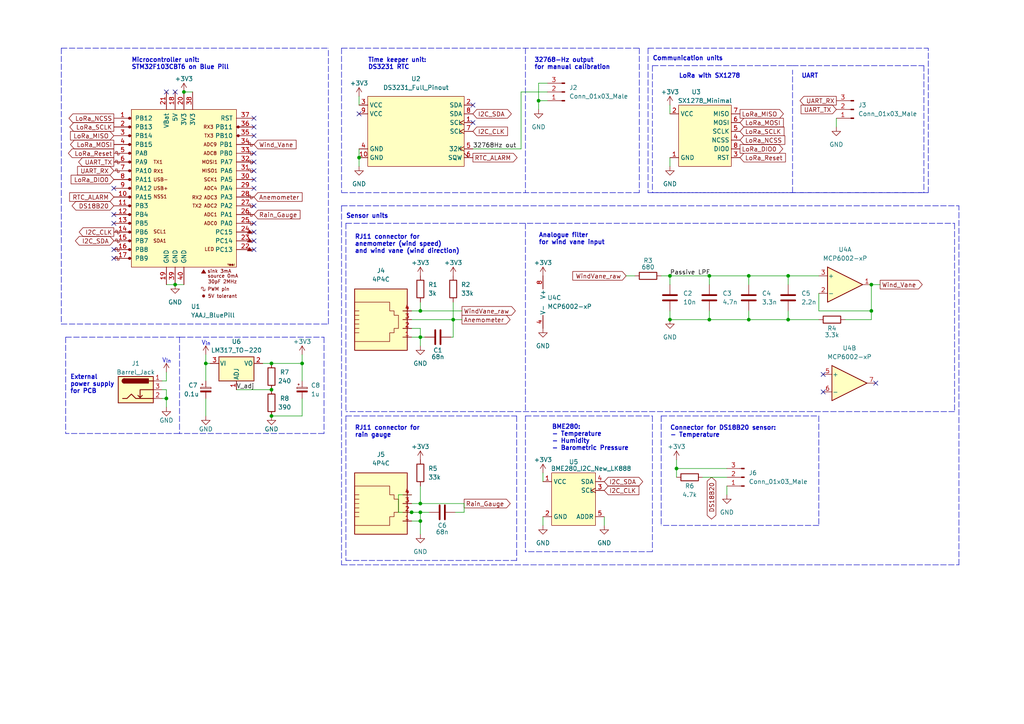
<source format=kicad_sch>
(kicad_sch (version 20211123) (generator eeschema)
  (paper "A4")
  (lib_symbols
    (symbol "Amplifier_Operational:MCP6002-xP" (pin_names (offset 0.127))
      (property "Reference" "U" (at 0 5.08 0))
      (property "Value" "MCP6002-xP" (at 0 -5.08 0))
      (symbol "MCP6002-xP_1_1"
        (polyline (pts (xy -5.08 5.08) (xy 5.08 0) (xy -5.08 -5.08) (xy -5.08 5.08)) (stroke (width 0.254)) (fill (type background)))
        (pin output line (at 7.62 0 180) (length 2.54) (name "~") (number "1"))
        (pin input line (at -7.62 -2.54 0) (length 2.54) (name "-") (number "2"))
        (pin input line (at -7.62 2.54 0) (length 2.54) (name "+") (number "3"))
      )
      (symbol "MCP6002-xP_2_1"
        (polyline (pts (xy -5.08 5.08) (xy 5.08 0) (xy -5.08 -5.08) (xy -5.08 5.08)) (stroke (width 0.254)) (fill (type background)))
        (pin input line (at -7.62 2.54 0) (length 2.54) (name "+") (number "5"))
        (pin input line (at -7.62 -2.54 0) (length 2.54) (name "-") (number "6"))
        (pin output line (at 7.62 0 180) (length 2.54) (name "~") (number "7"))
      )
      (symbol "MCP6002-xP_3_1"
        (pin power_in line (at -2.54 -7.62 90) (length 3.81) (name "V-") (number "4"))
        (pin power_in line (at -2.54 7.62 270) (length 3.81) (name "V+") (number "8"))
      )
    )
    (symbol "BME280_Module:BME280_I2C_New_LK888"
      (property "Reference" "U" (at 0 1.27 0))
      (property "Value" "BME280_I2C_New_LK888" (at 0 -1.27 0))
      (symbol "BME280_I2C_New_LK888_0_1"
        (rectangle (start -6.35 7.62) (end 6.35 -7.62) (fill (type background)))
      )
      (symbol "BME280_I2C_New_LK888_1_1"
        (pin power_in line (at -8.89 5.08 0) (length 2.54) (name "VCC") (number "1"))
        (pin power_in line (at -8.89 -5.08 0) (length 2.54) (name "GND") (number "2"))
        (pin input clock (at 8.89 2.54 180) (length 2.54) (name "SCL") (number "3"))
        (pin bidirectional line (at 8.89 5.08 180) (length 2.54) (name "SDA") (number "4"))
        (pin passive line (at 8.89 -5.08 180) (length 2.54) (name "ADDR") (number "5"))
      )
    )
    (symbol "Connector:Barrel_Jack_Switch" (pin_names hide)
      (property "Reference" "J" (at 0 5.334 0))
      (property "Value" "Barrel_Jack_Switch" (at 0 -5.08 0))
      (symbol "Barrel_Jack_Switch_0_1"
        (rectangle (start -5.08 3.81) (end 5.08 -3.81) (stroke (width 0.254)) (fill (type background)))
        (arc (start -3.302 3.175) (mid -3.937 2.54) (end -3.302 1.905) (stroke (width 0.254)))
        (arc (start -3.302 3.175) (mid -3.937 2.54) (end -3.302 1.905) (stroke (width 0.254)) (fill (type outline)))
        (polyline (pts (xy 1.27 -2.286) (xy 1.905 -1.651)) (stroke (width 0.254)))
        (polyline (pts (xy 5.08 2.54) (xy 3.81 2.54)) (stroke (width 0.254)))
        (polyline (pts (xy 5.08 0) (xy 1.27 0) (xy 1.27 -2.286) (xy 0.635 -1.651)) (stroke (width 0.254)))
        (polyline (pts (xy -3.81 -2.54) (xy -2.54 -2.54) (xy -1.27 -1.27) (xy 0 -2.54) (xy 2.54 -2.54) (xy 5.08 -2.54)) (stroke (width 0.254)))
        (rectangle (start 3.683 3.175) (end -3.302 1.905) (stroke (width 0.254)) (fill (type outline)))
      )
      (symbol "Barrel_Jack_Switch_1_1"
        (pin passive line (at 7.62 2.54 180) (length 2.54) (name "~") (number "1"))
        (pin passive line (at 7.62 -2.54 180) (length 2.54) (name "~") (number "2"))
        (pin passive line (at 7.62 0 180) (length 2.54) (name "~") (number "3"))
      )
    )
    (symbol "Connector:Conn_01x03_Male" (pin_names (offset 1.016) hide)
      (property "Reference" "J" (at 0 5.08 0))
      (property "Value" "Conn_01x03_Male" (at 0 -5.08 0))
      (symbol "Conn_01x03_Male_1_1"
        (polyline (pts (xy 1.27 -2.54) (xy 0.8636 -2.54)) (stroke (width 0.1524)))
        (polyline (pts (xy 1.27 0) (xy 0.8636 0)) (stroke (width 0.1524)))
        (polyline (pts (xy 1.27 2.54) (xy 0.8636 2.54)) (stroke (width 0.1524)))
        (rectangle (start 0.8636 -2.413) (end 0 -2.667) (stroke (width 0.1524)) (fill (type outline)))
        (rectangle (start 0.8636 0.127) (end 0 -0.127) (stroke (width 0.1524)) (fill (type outline)))
        (rectangle (start 0.8636 2.667) (end 0 2.413) (stroke (width 0.1524)) (fill (type outline)))
        (pin passive line (at 5.08 2.54 180) (length 3.81) (name "Pin_1") (number "1"))
        (pin passive line (at 5.08 0 180) (length 3.81) (name "Pin_2") (number "2"))
        (pin passive line (at 5.08 -2.54 180) (length 3.81) (name "Pin_3") (number "3"))
      )
    )
    (symbol "DS3231_Module:DS3231_Full_Pinout"
      (property "Reference" "U" (at 0 1.27 0))
      (property "Value" "DS3231_Full_Pinout" (at 1.27 -2.54 0))
      (symbol "DS3231_Full_Pinout_0_1"
        (rectangle (start -13.97 10.16) (end 13.97 -10.16) (fill (type background)))
      )
      (symbol "DS3231_Full_Pinout_1_1"
        (pin input clock (at 16.51 2.54 180) (length 2.54) (name "SCL") (number "1"))
        (pin power_in line (at -16.51 -7.62 0) (length 2.54) (name "GND") (number "10"))
        (pin bidirectional line (at 16.51 7.62 180) (length 2.54) (name "SDA") (number "2"))
        (pin power_in line (at -16.51 7.62 0) (length 2.54) (name "VCC") (number "3"))
        (pin power_in line (at -16.51 -5.08 0) (length 2.54) (name "GND") (number "4"))
        (pin output clock (at 16.51 -5.08 180) (length 2.54) (name "32K") (number "5"))
        (pin output output_low (at 16.51 -7.62 180) (length 2.54) (name "SQW") (number "6"))
        (pin input clock (at 16.51 0 180) (length 2.54) (name "SCL") (number "7"))
        (pin bidirectional line (at 16.51 5.08 180) (length 2.54) (name "SDA") (number "8"))
        (pin power_in line (at -16.51 5.08 0) (length 2.54) (name "VCC") (number "9"))
      )
    )
    (symbol "Device:C" (pin_numbers hide) (pin_names (offset 0.254))
      (property "Reference" "C" (at 0.635 2.54 0))
      (property "Value" "C" (at 0.635 -2.54 0))
      (symbol "C_0_1"
        (polyline (pts (xy -2.032 -0.762) (xy 2.032 -0.762)) (stroke (width 0.508)))
        (polyline (pts (xy -2.032 0.762) (xy 2.032 0.762)) (stroke (width 0.508)))
      )
      (symbol "C_1_1"
        (pin passive line (at 0 3.81 270) (length 2.794) (name "~") (number "1"))
        (pin passive line (at 0 -3.81 90) (length 2.794) (name "~") (number "2"))
      )
    )
    (symbol "Device:C_Polarized_Small" (pin_numbers hide) (pin_names (offset 0.254) hide)
      (property "Reference" "C" (at 0.254 1.778 0))
      (property "Value" "C_Polarized_Small" (at 0.254 -2.032 0))
      (symbol "C_Polarized_Small_0_1"
        (rectangle (start -1.524 -0.3048) (end 1.524 -0.6858) (fill (type outline)))
        (rectangle (start -1.524 0.6858) (end 1.524 0.3048))
        (polyline (pts (xy -1.27 1.524) (xy -0.762 1.524)))
        (polyline (pts (xy -1.016 1.27) (xy -1.016 1.778)))
      )
      (symbol "C_Polarized_Small_1_1"
        (pin passive line (at 0 2.54 270) (length 1.8542) (name "~") (number "1"))
        (pin passive line (at 0 -2.54 90) (length 1.8542) (name "~") (number "2"))
      )
    )
    (symbol "Device:R" (pin_numbers hide) (pin_names (offset 0))
      (property "Reference" "R" (at 2.032 0 90))
      (property "Value" "R" (at 0 0 90))
      (symbol "R_0_1"
        (rectangle (start -1.016 -2.54) (end 1.016 2.54) (stroke (width 0.254)))
      )
      (symbol "R_1_1"
        (pin passive line (at 0 3.81 270) (length 1.27) (name "~") (number "1"))
        (pin passive line (at 0 -3.81 90) (length 1.27) (name "~") (number "2"))
      )
    )
    (symbol "KiCAD_STM32_BluePill:YAAJ_BluePill" (pin_names (offset 1.016))
      (property "Reference" "U" (at -13.97 24.13 0))
      (property "Value" "YAAJ_BluePill" (at 0 6.35 90))
      (symbol "YAAJ_BluePill_0_0"
        (circle (center -15.748 -20.32) (radius 0.3556) (fill (type outline)))
        (circle (center -15.748 -17.78) (radius 0.3556) (fill (type outline)))
        (circle (center -15.748 -15.24) (radius 0.3556) (fill (type outline)))
        (circle (center -15.748 -12.7) (radius 0.3556) (fill (type outline)))
        (circle (center -15.748 -10.16) (radius 0.3556) (fill (type outline)))
        (circle (center -15.748 -7.62) (radius 0.3556) (fill (type outline)))
        (circle (center -15.748 -5.08) (radius 0.3556) (fill (type outline)))
        (circle (center -15.748 -2.54) (radius 0.3556) (fill (type outline)))
        (circle (center -15.748 0) (radius 0.3556) (fill (type outline)))
        (circle (center -15.748 2.54) (radius 0.3556) (fill (type outline)))
        (circle (center -15.748 5.08) (radius 0.3556) (fill (type outline)))
        (circle (center -15.748 7.62) (radius 0.3556) (fill (type outline)))
        (circle (center -15.748 10.16) (radius 0.3556) (fill (type outline)))
        (circle (center -15.748 12.7) (radius 0.3556) (fill (type outline)))
        (circle (center -15.748 15.24) (radius 0.3556) (fill (type outline)))
        (circle (center -15.748 20.32) (radius 0.3556) (fill (type outline)))
        (polyline (pts (xy 5.08 -24.638) (xy 5.715 -23.622) (xy 6.35 -24.638) (xy 5.08 -24.638) (xy 5.715 -23.749) (xy 6.223 -24.638) (xy 5.207 -24.511) (xy 5.715 -23.876) (xy 6.096 -24.638) (xy 5.334 -24.384) (xy 5.842 -24.003) (xy 5.969 -24.638) (xy 5.461 -24.257) (xy 5.969 -24.13) (xy 5.842 -24.511) (xy 5.588 -24.257) (xy 5.842 -24.384) (xy 5.715 -24.13)))
        (polyline (pts (xy 18.415 -18.161) (xy 19.05 -17.145) (xy 19.685 -18.161) (xy 18.415 -18.161) (xy 19.05 -17.272) (xy 19.558 -18.161) (xy 18.542 -18.034) (xy 19.05 -17.399) (xy 19.431 -18.161) (xy 18.669 -17.907) (xy 19.177 -17.526) (xy 19.304 -18.161) (xy 18.796 -17.78) (xy 19.304 -17.653) (xy 19.177 -18.034) (xy 18.923 -17.78) (xy 19.177 -17.907) (xy 19.05 -17.653)))
        (polyline (pts (xy 18.415 -15.621) (xy 19.05 -14.605) (xy 19.685 -15.621) (xy 18.415 -15.621) (xy 19.05 -14.732) (xy 19.558 -15.621) (xy 18.542 -15.494) (xy 19.05 -14.859) (xy 19.431 -15.621) (xy 18.669 -15.367) (xy 19.177 -14.986) (xy 19.304 -15.621) (xy 18.796 -15.24) (xy 19.304 -15.113) (xy 19.177 -15.494) (xy 18.923 -15.24) (xy 19.177 -15.367) (xy 19.05 -15.113)))
        (polyline (pts (xy 18.415 -13.081) (xy 19.05 -12.065) (xy 19.685 -13.081) (xy 18.415 -13.081) (xy 19.05 -12.192) (xy 19.558 -13.081) (xy 18.542 -12.954) (xy 19.05 -12.319) (xy 19.431 -13.081) (xy 18.669 -12.827) (xy 19.177 -12.446) (xy 19.304 -13.081) (xy 18.796 -12.7) (xy 19.304 -12.573) (xy 19.177 -12.954) (xy 18.923 -12.7) (xy 19.177 -12.827) (xy 19.05 -12.573)))
        (circle (center 5.715 -31.242) (radius 0.127) (fill (type outline)))
        (circle (center 5.715 -31.242) (radius 0.254))
        (circle (center 5.715 -31.242) (radius 0.3556))
        (circle (center 15.748 15.24) (radius 0.254) (fill (type outline)))
        (circle (center 15.748 15.24) (radius 0.3556))
        (circle (center 15.748 17.78) (radius 0.254) (fill (type outline)))
        (circle (center 15.748 17.78) (radius 0.3556))
        (text "30pF 2MHz" (at 11.176 -27.051 0) (effects (font (size 0.9906 0.9906))))
        (text "5V tolerant" (at 11.176 -31.242 0) (effects (font (size 0.9906 0.9906))))
        (text "ADC0" (at 7.747 -10.16 0) (effects (font (size 0.9906 0.9906))))
        (text "ADC1" (at 7.747 -7.62 0) (effects (font (size 0.9906 0.9906))))
        (text "ADC2" (at 7.747 -5.08 0) (effects (font (size 0.9906 0.9906))))
        (text "ADC3" (at 7.747 -2.667 0) (effects (font (size 0.9906 0.9906))))
        (text "ADC4" (at 7.747 0 0) (effects (font (size 0.9906 0.9906))))
        (text "ADC8" (at 7.62 10.16 0) (effects (font (size 0.9906 0.9906))))
        (text "ADC9" (at 7.62 12.7 0) (effects (font (size 0.9906 0.9906))))
        (text "LED" (at 7.366 -17.653 0) (effects (font (size 0.9906 0.9906))))
        (text "MISO1" (at 7.493 5.08 0) (effects (font (size 0.9906 0.9906))))
        (text "MOSI1" (at 7.493 7.62 0) (effects (font (size 0.9906 0.9906))))
        (text "NSS1" (at -6.858 -2.413 0) (effects (font (size 0.9906 0.9906))))
        (text "PWM pin" (at 10.033 -29.21 0) (effects (font (size 0.9906 0.9906))))
        (text "RX1" (at -7.366 4.953 0) (effects (font (size 0.9906 0.9906))))
        (text "RX2" (at 3.81 -2.667 0) (effects (font (size 0.9906 0.9906))))
        (text "RX3" (at 7.112 17.78 0) (effects (font (size 0.9906 0.9906))))
        (text "SCK1" (at 7.747 2.54 0) (effects (font (size 0.9906 0.9906))))
        (text "SCL1" (at -6.985 -12.573 0) (effects (font (size 0.9906 0.9906))))
        (text "SDA1" (at -6.985 -15.24 0) (effects (font (size 0.9906 0.9906))))
        (text "sink 3mA" (at 10.287 -24.003 0) (effects (font (size 0.9906 0.9906))))
        (text "source 0mA" (at 11.303 -25.4 0) (effects (font (size 0.9906 0.9906))))
        (text "TX1" (at -7.493 7.62 0) (effects (font (size 0.9906 0.9906))))
        (text "TX2" (at 3.81 -5.08 0) (effects (font (size 0.9906 0.9906))))
        (text "TX3" (at 7.239 15.24 0) (effects (font (size 0.9906 0.9906))))
        (text "USB+" (at -6.731 0 0) (effects (font (size 0.9906 0.9906))))
        (text "USB-" (at -6.731 2.54 0) (effects (font (size 0.9906 0.9906))))
        (text "Y@@J" (at 13.6906 -22.1488 0) (effects (font (size 0.508 0.508))))
      )
      (symbol "YAAJ_BluePill_0_1"
        (rectangle (start -15.24 22.86) (end 15.24 -22.86) (fill (type background)))
        (polyline (pts (xy -18.796 -20.32) (xy -18.796 -20.828) (xy -19.304 -20.828) (xy -19.304 -19.812) (xy -19.812 -19.812) (xy -19.812 -20.32)))
        (polyline (pts (xy -18.796 -17.78) (xy -18.796 -18.288) (xy -19.304 -18.288) (xy -19.304 -17.272) (xy -19.812 -17.272) (xy -19.812 -17.78)))
        (polyline (pts (xy -18.796 -15.24) (xy -18.796 -15.748) (xy -19.304 -15.748) (xy -19.304 -14.732) (xy -19.812 -14.732) (xy -19.812 -15.24)))
        (polyline (pts (xy -18.796 -12.7) (xy -18.796 -13.208) (xy -19.304 -13.208) (xy -19.304 -12.192) (xy -19.812 -12.192) (xy -19.812 -12.7)))
        (polyline (pts (xy -18.796 5.08) (xy -18.796 4.572) (xy -19.304 4.572) (xy -19.304 5.588) (xy -19.812 5.588) (xy -19.812 5.08)))
        (polyline (pts (xy -18.796 7.62) (xy -18.796 7.112) (xy -19.304 7.112) (xy -19.304 8.128) (xy -19.812 8.128) (xy -19.812 7.62)))
        (polyline (pts (xy -18.796 10.16) (xy -18.796 9.652) (xy -19.304 9.652) (xy -19.304 10.668) (xy -19.812 10.668) (xy -19.812 10.16)))
        (polyline (pts (xy 6.096 -29.21) (xy 6.096 -29.718) (xy 5.588 -29.718) (xy 5.588 -28.702) (xy 5.08 -28.702) (xy 5.08 -29.21)))
        (polyline (pts (xy 19.812 -10.16) (xy 19.812 -10.668) (xy 19.304 -10.668) (xy 19.304 -9.652) (xy 18.796 -9.652) (xy 18.796 -10.16)))
        (polyline (pts (xy 19.812 -7.62) (xy 19.812 -8.128) (xy 19.304 -8.128) (xy 19.304 -7.112) (xy 18.796 -7.112) (xy 18.796 -7.62)))
        (polyline (pts (xy 19.812 -5.08) (xy 19.812 -5.588) (xy 19.304 -5.588) (xy 19.304 -4.572) (xy 18.796 -4.572) (xy 18.796 -5.08)))
        (polyline (pts (xy 19.812 -2.54) (xy 19.812 -3.048) (xy 19.304 -3.048) (xy 19.304 -2.032) (xy 18.796 -2.032) (xy 18.796 -2.54)))
        (polyline (pts (xy 19.812 5.08) (xy 19.812 4.572) (xy 19.304 4.572) (xy 19.304 5.588) (xy 18.796 5.588) (xy 18.796 5.08)))
        (polyline (pts (xy 19.812 7.62) (xy 19.812 7.112) (xy 19.304 7.112) (xy 19.304 8.128) (xy 18.796 8.128) (xy 18.796 7.62)))
        (polyline (pts (xy 19.812 10.16) (xy 19.812 9.652) (xy 19.304 9.652) (xy 19.304 10.668) (xy 18.796 10.668) (xy 18.796 10.16)))
        (polyline (pts (xy 19.812 12.7) (xy 19.812 12.192) (xy 19.304 12.192) (xy 19.304 13.208) (xy 18.796 13.208) (xy 18.796 12.7)))
      )
      (symbol "YAAJ_BluePill_1_1"
        (circle (center -15.748 17.78) (radius 0.3556) (fill (type outline)))
        (pin bidirectional line (at -20.32 20.32 0) (length 5.08) (name "PB12") (number "1"))
        (pin bidirectional line (at -20.32 -2.54 0) (length 5.08) (name "PA15") (number "10"))
        (pin bidirectional line (at -20.32 -5.08 0) (length 5.08) (name "PB3") (number "11"))
        (pin bidirectional line (at -20.32 -7.62 0) (length 5.08) (name "PB4") (number "12"))
        (pin bidirectional line (at -20.32 -10.16 0) (length 5.08) (name "PB5") (number "13"))
        (pin bidirectional line (at -20.32 -12.7 0) (length 5.08) (name "PB6") (number "14"))
        (pin bidirectional line (at -20.32 -15.24 0) (length 5.08) (name "PB7") (number "15"))
        (pin bidirectional line (at -20.32 -17.78 0) (length 5.08) (name "PB8") (number "16"))
        (pin bidirectional line (at -20.32 -20.32 0) (length 5.08) (name "PB9") (number "17"))
        (pin power_in line (at -2.54 27.94 270) (length 5.08) (name "5V") (number "18"))
        (pin power_in line (at -5.08 -27.94 90) (length 5.08) (name "GND") (number "19"))
        (pin bidirectional line (at -20.32 17.78 0) (length 5.08) (name "PB13") (number "2"))
        (pin power_in line (at 0 27.94 270) (length 5.08) (name "3V3") (number "20"))
        (pin power_in line (at -5.08 27.94 270) (length 5.08) (name "VBat") (number "21"))
        (pin bidirectional line (at 20.32 -17.78 180) (length 5.08) (name "PC13") (number "22"))
        (pin bidirectional line (at 20.32 -15.24 180) (length 5.08) (name "PC14") (number "23"))
        (pin bidirectional line (at 20.32 -12.7 180) (length 5.08) (name "PC15") (number "24"))
        (pin bidirectional line (at 20.32 -10.16 180) (length 5.08) (name "PA0") (number "25"))
        (pin bidirectional line (at 20.32 -7.62 180) (length 5.08) (name "PA1") (number "26"))
        (pin bidirectional line (at 20.32 -5.08 180) (length 5.08) (name "PA2") (number "27"))
        (pin bidirectional line (at 20.32 -2.54 180) (length 5.08) (name "PA3") (number "28"))
        (pin bidirectional line (at 20.32 0 180) (length 5.08) (name "PA4") (number "29"))
        (pin bidirectional line (at -20.32 15.24 0) (length 5.08) (name "PB14") (number "3"))
        (pin bidirectional line (at 20.32 2.54 180) (length 5.08) (name "PA5") (number "30"))
        (pin bidirectional line (at 20.32 5.08 180) (length 5.08) (name "PA6") (number "31"))
        (pin bidirectional line (at 20.32 7.62 180) (length 5.08) (name "PA7") (number "32"))
        (pin bidirectional line (at 20.32 10.16 180) (length 5.08) (name "PB0") (number "33"))
        (pin bidirectional line (at 20.32 12.7 180) (length 5.08) (name "PB1") (number "34"))
        (pin bidirectional line (at 20.32 15.24 180) (length 5.08) (name "PB10") (number "35"))
        (pin bidirectional line (at 20.32 17.78 180) (length 5.08) (name "PB11") (number "36"))
        (pin input line (at 20.32 20.32 180) (length 5.08) (name "RST") (number "37"))
        (pin power_in line (at 2.54 27.94 270) (length 5.08) (name "3V3") (number "38"))
        (pin power_in line (at -2.54 -27.94 90) (length 5.08) (name "GND") (number "39"))
        (pin bidirectional line (at -20.32 12.7 0) (length 5.08) (name "PB15") (number "4"))
        (pin power_in line (at 0 -27.94 90) (length 5.08) (name "GND") (number "40"))
        (pin bidirectional line (at -20.32 10.16 0) (length 5.08) (name "PA8") (number "5"))
        (pin bidirectional line (at -20.32 7.62 0) (length 5.08) (name "PA9") (number "6"))
        (pin bidirectional line (at -20.32 5.08 0) (length 5.08) (name "PA10") (number "7"))
        (pin bidirectional line (at -20.32 2.54 0) (length 5.08) (name "PA11") (number "8"))
        (pin bidirectional line (at -20.32 0 0) (length 5.08) (name "PA12") (number "9"))
      )
    )
    (symbol "RJ11-Connectors:4P4C"
      (property "Reference" "J" (at 0 0 0))
      (property "Value" "4P4C" (at 6.35 10.16 0))
      (symbol "4P4C_0_1"
        (polyline (pts (xy -6.35 -3.81) (xy -5.08 -3.81) (xy -5.08 -3.81)))
        (polyline (pts (xy -6.35 -2.54) (xy -5.08 -2.54) (xy -5.08 -2.54)))
        (polyline (pts (xy -6.35 -1.27) (xy -5.08 -1.27) (xy -5.08 -1.27)))
        (polyline (pts (xy -6.35 0) (xy -5.08 0) (xy -5.08 0)))
        (polyline (pts (xy -6.35 1.27) (xy -5.08 1.27) (xy -5.08 1.27)))
        (polyline (pts (xy -5.08 2.54) (xy -6.35 2.54) (xy -6.35 2.54)))
        (polyline (pts (xy -6.35 -6.35) (xy -6.35 5.08) (xy 3.81 5.08) (xy 3.81 2.54) (xy 5.08 2.54) (xy 5.08 1.27) (xy 6.35 1.27) (xy 6.35 -2.54) (xy 5.08 -2.54) (xy 5.08 -3.81) (xy 3.81 -3.81) (xy 3.81 -6.35) (xy -6.35 -6.35) (xy -6.35 -6.35)))
        (rectangle (start 8.89 8.89) (end -6.35 -8.89) (stroke (width 0.254)) (fill (type background)))
      )
      (symbol "4P4C_1_1"
        (pin passive line (at 10.16 -5.08 180) (length 2.54) (name "~") (number "1"))
        (pin passive line (at 10.16 -2.54 180) (length 2.54) (name "~") (number "2"))
        (pin passive line (at 10.16 0 180) (length 2.54) (name "") (number "3"))
        (pin passive line (at 10.16 2.54 180) (length 2.54) (name "") (number "4"))
      )
    )
    (symbol "Regulator_Linear:LM317_TO-220" (pin_names (offset 0.254))
      (property "Reference" "U" (at -3.81 3.175 0))
      (property "Value" "LM317_TO-220" (at 0 3.175 0))
      (symbol "LM317_TO-220_0_1"
        (rectangle (start -5.08 1.905) (end 5.08 -5.08) (stroke (width 0.254)) (fill (type background)))
      )
      (symbol "LM317_TO-220_1_1"
        (pin input line (at 0 -7.62 90) (length 2.54) (name "ADJ") (number "1"))
        (pin power_out line (at 7.62 0 180) (length 2.54) (name "VO") (number "2"))
        (pin power_in line (at -7.62 0 0) (length 2.54) (name "VI") (number "3"))
      )
    )
    (symbol "SX1278_Module:SX1278_Minimal"
      (property "Reference" "U" (at 0 11.43 0))
      (property "Value" "SX1278_Minimal" (at 0 -11.43 0))
      (symbol "SX1278_Minimal_0_1"
        (rectangle (start -7.62 8.89) (end 7.62 -8.89) (fill (type background)))
      )
      (symbol "SX1278_Minimal_1_1"
        (pin power_in line (at -10.16 -6.35 0) (length 2.54) (name "GND") (number "1"))
        (pin power_in line (at -10.16 6.35 0) (length 2.54) (name "VCC") (number "2"))
        (pin input line (at 10.16 -6.35 180) (length 2.54) (name "RST") (number "3"))
        (pin input line (at 10.16 -1.27 180) (length 2.54) (name "NCSS") (number "4"))
        (pin input line (at 10.16 1.27 180) (length 2.54) (name "SCLK") (number "5"))
        (pin input line (at 10.16 3.81 180) (length 2.54) (name "MOSI") (number "6"))
        (pin output line (at 10.16 6.35 180) (length 2.54) (name "MISO") (number "7"))
        (pin output line (at 10.16 -3.81 180) (length 2.54) (name "DIO0") (number "8"))
      )
    )
    (symbol "power:+3V3" (power) (pin_names (offset 0))
      (property "Value" "+3V3" (at 0 3.556 0))
      (symbol "+3V3_0_1"
        (polyline (pts (xy -0.762 1.27) (xy 0 2.54)))
        (polyline (pts (xy 0 0) (xy 0 2.54)))
        (polyline (pts (xy 0 2.54) (xy 0.762 1.27)))
      )
      (symbol "+3V3_1_1"
        (pin power_in line (at 0 0 90) (length 0) hide (name "+3V3") (number "1"))
      )
    )
    (symbol "power:GND" (power) (pin_names (offset 0))
      (property "Value" "GND" (at 0 -3.81 0))
      (symbol "GND_0_1"
        (polyline (pts (xy 0 0) (xy 0 -1.27) (xy 1.27 -1.27) (xy 0 -2.54) (xy -1.27 -1.27) (xy 0 -1.27)))
      )
      (symbol "GND_1_1"
        (pin power_in line (at 0 0 270) (length 0) hide (name "GND") (number "1"))
      )
    )
    (symbol "power:VCC" (power) (pin_names (offset 0))
      (property "Value" "VCC" (at 0 3.81 0))
      (symbol "VCC_0_1"
        (polyline (pts (xy -0.762 1.27) (xy 0 2.54)))
        (polyline (pts (xy 0 0) (xy 0 2.54)))
        (polyline (pts (xy 0 2.54) (xy 0.762 1.27)))
      )
      (symbol "VCC_1_1"
        (pin power_in line (at 0 0 90) (length 0) hide (name "VCC") (number "1"))
      )
    )
  )
  (junction (at 78.74 120.65))
  (junction (at 104.14 45.72))
  (junction (at 217.17 92.71))
  (junction (at 48.26 115.57))
  (junction (at 205.74 92.71))
  (junction (at 217.17 80.01))
  (junction (at 194.31 92.71))
  (junction (at 121.92 97.79))
  (junction (at 205.74 80.01))
  (junction (at 59.69 105.41))
  (junction (at 156.21 29.21))
  (junction (at 50.8 82.55))
  (junction (at 87.63 105.41))
  (junction (at 228.6 80.01))
  (junction (at 228.6 92.71))
  (junction (at 78.74 105.41))
  (junction (at 121.92 146.05))
  (junction (at 252.73 90.17))
  (junction (at 196.215 135.89))
  (junction (at 121.92 90.17))
  (junction (at 131.445 92.71))
  (junction (at 53.34 26.67))
  (junction (at 119.38 148.59))
  (junction (at 121.92 148.59))
  (junction (at 78.74 113.03))
  (junction (at 121.92 151.13))
  (junction (at 194.31 80.01))
  (junction (at 252.73 82.55))
  (no_connect (at 73.66 67.31))
  (no_connect (at 33.02 54.61))
  (no_connect (at 73.66 46.99))
  (no_connect (at 73.66 49.53))
  (no_connect (at 73.66 52.07))
  (no_connect (at 73.66 54.61))
  (no_connect (at 73.66 69.85))
  (no_connect (at 104.14 33.02))
  (no_connect (at 73.66 59.69))
  (no_connect (at 238.76 113.665))
  (no_connect (at 238.76 108.585))
  (no_connect (at 73.66 36.83))
  (no_connect (at 50.8 26.67))
  (no_connect (at 73.66 44.45))
  (no_connect (at 33.02 74.93))
  (no_connect (at 33.02 62.23))
  (no_connect (at 33.02 72.39))
  (no_connect (at 137.16 30.48))
  (no_connect (at 137.16 35.56))
  (no_connect (at 73.66 34.29))
  (no_connect (at 254 111.125))
  (no_connect (at 73.66 39.37))
  (no_connect (at 73.66 72.39))
  (no_connect (at 73.66 64.77))
  (no_connect (at 33.02 64.77))
  (no_connect (at 48.26 26.67))
  (wire (pts (xy 121.92 151.13) (xy 121.92 154.94)))
  (wire (pts (xy 196.215 135.89) (xy 196.215 133.35)))
  (polyline (pts (xy 267.97 55.88) (xy 229.87 55.88)))
  (wire (pts (xy 242.57 34.29) (xy 242.57 36.83)))
  (polyline (pts (xy 189.23 19.05) (xy 189.23 55.88)))
  (wire (pts (xy 191.77 80.01) (xy 194.31 80.01)))
  (wire (pts (xy 104.14 43.18) (xy 104.14 45.72)))
  (wire (pts (xy 121.92 90.17) (xy 121.92 87.63)))
  (wire (pts (xy 78.74 113.03) (xy 68.58 113.03)))
  (polyline (pts (xy 189.23 120.65) (xy 189.23 160.02)))
  (wire (pts (xy 115.57 148.59) (xy 119.38 148.59)))
  (polyline (pts (xy 19.05 97.79) (xy 52.07 97.79)))
  (polyline (pts (xy 19.05 97.79) (xy 19.05 125.73)))
  (wire (pts (xy 157.48 149.86) (xy 157.48 152.4)))
  (polyline (pts (xy 229.87 55.88) (xy 229.87 20.32)))
  (wire (pts (xy 217.17 80.01) (xy 205.74 80.01)))
  (wire (pts (xy 104.14 45.72) (xy 104.14 48.26)))
  (wire (pts (xy 252.73 90.17) (xy 252.73 82.55)))
  (wire (pts (xy 131.445 97.79) (xy 131.445 92.71)))
  (polyline (pts (xy 237.49 152.4) (xy 191.77 152.4)))
  (wire (pts (xy 205.74 82.55) (xy 205.74 80.01)))
  (wire (pts (xy 121.92 146.05) (xy 119.38 146.05)))
  (wire (pts (xy 194.31 30.48) (xy 194.31 33.02)))
  (wire (pts (xy 151.13 26.67) (xy 158.75 26.67)))
  (wire (pts (xy 46.99 113.03) (xy 48.26 113.03)))
  (polyline (pts (xy 152.4 64.77) (xy 152.4 119.38)))
  (wire (pts (xy 121.92 97.79) (xy 123.19 97.79)))
  (polyline (pts (xy 187.96 13.97) (xy 269.24 13.97)))
  (wire (pts (xy 48.26 113.03) (xy 48.26 115.57)))
  (wire (pts (xy 237.49 90.17) (xy 252.73 90.17)))
  (polyline (pts (xy 17.78 13.97) (xy 17.78 93.98)))
  (wire (pts (xy 151.13 43.18) (xy 151.13 26.67)))
  (wire (pts (xy 87.63 102.87) (xy 87.63 105.41)))
  (wire (pts (xy 115.57 143.51) (xy 115.57 148.59)))
  (wire (pts (xy 137.16 43.18) (xy 151.13 43.18)))
  (wire (pts (xy 119.38 97.79) (xy 121.92 97.79)))
  (wire (pts (xy 87.63 120.65) (xy 78.74 120.65)))
  (polyline (pts (xy 187.96 13.97) (xy 187.96 55.88)))
  (wire (pts (xy 252.73 90.17) (xy 252.73 92.71)))
  (wire (pts (xy 132.08 148.59) (xy 134.62 148.59)))
  (wire (pts (xy 194.31 92.71) (xy 205.74 92.71)))
  (wire (pts (xy 121.92 95.25) (xy 121.92 97.79)))
  (wire (pts (xy 205.74 92.71) (xy 217.17 92.71)))
  (polyline (pts (xy 93.98 97.79) (xy 93.98 125.73)))
  (polyline (pts (xy 17.78 13.97) (xy 95.25 13.97)))
  (wire (pts (xy 205.74 92.71) (xy 205.74 90.17)))
  (polyline (pts (xy 52.07 125.73) (xy 19.05 125.73)))
  (wire (pts (xy 228.6 80.01) (xy 237.49 80.01)))
  (polyline (pts (xy 189.23 19.05) (xy 229.87 19.05)))
  (wire (pts (xy 48.26 115.57) (xy 48.26 118.11)))
  (wire (pts (xy 196.215 135.89) (xy 196.215 138.43)))
  (polyline (pts (xy 191.77 120.65) (xy 237.49 120.65)))
  (wire (pts (xy 59.69 105.41) (xy 60.96 105.41)))
  (polyline (pts (xy 52.07 97.79) (xy 93.98 97.79)))
  (wire (pts (xy 53.34 26.67) (xy 55.88 26.67)))
  (wire (pts (xy 210.82 140.97) (xy 210.82 143.51)))
  (polyline (pts (xy 17.78 93.98) (xy 95.25 93.98)))
  (wire (pts (xy 119.38 151.13) (xy 121.92 151.13)))
  (wire (pts (xy 46.99 110.49) (xy 48.26 110.49)))
  (polyline (pts (xy 100.33 64.77) (xy 276.86 64.77)))
  (wire (pts (xy 158.75 24.13) (xy 156.21 24.13)))
  (polyline (pts (xy 99.06 13.97) (xy 185.42 13.97)))
  (wire (pts (xy 104.14 27.94) (xy 104.14 30.48)))
  (wire (pts (xy 59.69 115.57) (xy 59.69 120.65)))
  (wire (pts (xy 119.38 143.51) (xy 115.57 143.51)))
  (wire (pts (xy 210.82 135.89) (xy 196.215 135.89)))
  (polyline (pts (xy 100.33 64.77) (xy 100.33 119.38)))
  (polyline (pts (xy 187.96 55.88) (xy 269.24 55.88)))
  (wire (pts (xy 217.17 82.55) (xy 217.17 80.01)))
  (wire (pts (xy 119.38 95.25) (xy 121.92 95.25)))
  (wire (pts (xy 121.92 90.17) (xy 133.985 90.17)))
  (polyline (pts (xy 189.23 55.88) (xy 229.87 55.88)))
  (wire (pts (xy 130.81 97.79) (xy 131.445 97.79)))
  (wire (pts (xy 59.69 105.41) (xy 59.69 110.49)))
  (wire (pts (xy 156.21 29.21) (xy 158.75 29.21)))
  (polyline (pts (xy 100.33 120.65) (xy 100.33 162.56)))
  (wire (pts (xy 131.445 92.71) (xy 119.38 92.71)))
  (polyline (pts (xy 189.23 160.02) (xy 152.4 160.02)))
  (polyline (pts (xy 185.42 55.88) (xy 99.06 55.88)))
  (wire (pts (xy 194.31 80.01) (xy 194.31 82.55)))
  (wire (pts (xy 194.31 45.72) (xy 194.31 48.26)))
  (polyline (pts (xy 267.97 19.05) (xy 267.97 55.88)))
  (wire (pts (xy 59.69 102.87) (xy 59.69 105.41)))
  (wire (pts (xy 157.48 137.16) (xy 157.48 139.7)))
  (polyline (pts (xy 149.86 120.65) (xy 149.86 162.56)))
  (wire (pts (xy 87.63 105.41) (xy 87.63 110.49)))
  (polyline (pts (xy 99.06 163.83) (xy 278.13 163.83)))
  (wire (pts (xy 181.61 80.01) (xy 184.15 80.01)))
  (wire (pts (xy 194.31 92.71) (xy 194.31 90.17)))
  (polyline (pts (xy 52.07 97.79) (xy 52.07 125.73)))
  (polyline (pts (xy 278.13 163.83) (xy 278.13 59.69)))
  (wire (pts (xy 121.92 97.79) (xy 121.92 100.33)))
  (wire (pts (xy 121.92 140.97) (xy 121.92 146.05)))
  (wire (pts (xy 78.74 105.41) (xy 87.63 105.41)))
  (polyline (pts (xy 149.86 162.56) (xy 100.33 162.56)))
  (polyline (pts (xy 276.86 64.77) (xy 276.86 119.38)))
  (wire (pts (xy 228.6 92.71) (xy 237.49 92.71)))
  (wire (pts (xy 134.62 148.59) (xy 134.62 146.05)))
  (polyline (pts (xy 229.87 19.05) (xy 267.97 19.05)))
  (wire (pts (xy 203.835 138.43) (xy 210.82 138.43)))
  (wire (pts (xy 119.38 90.17) (xy 121.92 90.17)))
  (wire (pts (xy 50.8 82.55) (xy 53.34 82.55)))
  (wire (pts (xy 175.26 149.86) (xy 175.26 152.4)))
  (wire (pts (xy 252.73 92.71) (xy 245.11 92.71)))
  (wire (pts (xy 237.49 85.09) (xy 237.49 90.17)))
  (polyline (pts (xy 269.24 55.88) (xy 269.24 13.97)))
  (polyline (pts (xy 185.42 13.97) (xy 185.42 55.88)))
  (polyline (pts (xy 237.49 120.65) (xy 237.49 152.4)))
  (wire (pts (xy 252.73 82.55) (xy 255.27 82.55)))
  (wire (pts (xy 124.46 148.59) (xy 121.92 148.59)))
  (wire (pts (xy 217.17 92.71) (xy 228.6 92.71)))
  (wire (pts (xy 48.26 110.49) (xy 48.26 107.95)))
  (wire (pts (xy 228.6 92.71) (xy 228.6 90.17)))
  (polyline (pts (xy 191.77 120.65) (xy 191.77 152.4)))
  (wire (pts (xy 217.17 92.71) (xy 217.17 90.17)))
  (polyline (pts (xy 99.06 59.69) (xy 99.06 163.83)))
  (wire (pts (xy 228.6 80.01) (xy 217.17 80.01)))
  (wire (pts (xy 131.445 87.63) (xy 131.445 92.71)))
  (wire (pts (xy 156.21 29.21) (xy 156.21 31.75)))
  (polyline (pts (xy 100.33 120.65) (xy 149.86 120.65)))
  (wire (pts (xy 119.38 148.59) (xy 121.92 148.59)))
  (polyline (pts (xy 152.4 120.65) (xy 189.23 120.65)))
  (wire (pts (xy 87.63 115.57) (xy 87.63 120.65)))
  (wire (pts (xy 76.2 105.41) (xy 78.74 105.41)))
  (polyline (pts (xy 93.98 125.73) (xy 52.07 125.73)))
  (wire (pts (xy 194.31 80.01) (xy 205.74 80.01)))
  (polyline (pts (xy 95.25 93.98) (xy 95.25 13.97)))
  (wire (pts (xy 228.6 82.55) (xy 228.6 80.01)))
  (wire (pts (xy 131.445 92.71) (xy 133.985 92.71)))
  (wire (pts (xy 48.26 82.55) (xy 50.8 82.55)))
  (wire (pts (xy 46.99 115.57) (xy 48.26 115.57)))
  (wire (pts (xy 156.21 24.13) (xy 156.21 29.21)))
  (polyline (pts (xy 152.4 13.97) (xy 152.4 55.88)))
  (polyline (pts (xy 152.4 120.65) (xy 152.4 160.02)))
  (polyline (pts (xy 276.86 119.38) (xy 100.33 119.38)))
  (polyline (pts (xy 99.06 59.69) (xy 278.13 59.69)))
  (wire (pts (xy 121.92 146.05) (xy 134.62 146.05)))
  (polyline (pts (xy 99.06 13.97) (xy 99.06 55.88)))
  (wire (pts (xy 121.92 148.59) (xy 121.92 151.13)))
  (text "V_{in}" (at 46.99 105.41 0) (effects (font (size 1.27 1.27)) (justify left bottom)))
  (text "Connector for DS18B20 sensor:\n- Temperature" (at 194.31 127 0) (effects (font (size 1.27 1.27) (thickness 0.254) bold) (justify left bottom)))
  (text "Analogue filter\nfor wind vane input" (at 156.21 71.12 0) (effects (font (size 1.27 1.27) (thickness 0.254) bold) (justify left bottom)))
  (text "32768-Hz output\nfor manual calibration" (at 154.94 20.32 0) (effects (font (size 1.27 1.27) bold) (justify left bottom)))
  (text "Communication units" (at 189.23 17.78 0) (effects (font (size 1.27 1.27) (thickness 0.254) bold) (justify left bottom)))
  (text "V_{in}" (at 58.42 100.33 0) (effects (font (size 1.27 1.27)) (justify left bottom)))
  (text "External \npower supply \nfor PCB" (at 20.32 114.3 0) (effects (font (size 1.27 1.27) (thickness 0.254) bold) (justify left bottom)))
  (text "RJ11 connector for \nrain gauge" (at 102.87 127 0) (effects (font (size 1.27 1.27) (thickness 0.254) bold) (justify left bottom)))
  (text "BME280: \n- Temperature \n- Humidity \n- Barometric Pressure" (at 160.02 130.81 0) (effects (font (size 1.27 1.27) (thickness 0.254) bold) (justify left bottom)))
  (text "RJ11 connector for \nanemometer (wind speed)\nand wind vane (wind direction)" (at 102.87 73.66 0) (effects (font (size 1.27 1.27) (thickness 0.254) bold) (justify left bottom)))
  (text "LoRa with SX1278" (at 196.85 22.86 0) (effects (font (size 1.27 1.27) (thickness 0.254) bold) (justify left bottom)))
  (text "Sensor units" (at 100.33 63.5 0) (effects (font (size 1.27 1.27) (thickness 0.254) bold) (justify left bottom)))
  (text "Microcontroller unit:\nSTM32F103CBT6 on Blue Pill" (at 38.1 20.32 0) (effects (font (size 1.27 1.27) (thickness 0.254) bold) (justify left bottom)))
  (text "Time keeper unit:\nDS3231 RTC" (at 106.68 20.32 0) (effects (font (size 1.27 1.27) bold) (justify left bottom)))
  (text "UART" (at 232.41 22.86 0) (effects (font (size 1.27 1.27) (thickness 0.254) bold) (justify left bottom)))
  (label "V_adj" (at 68.58 113.03 0))
  (label "32768Hz out" (at 137.16 43.18 0))
  (label "Passive LPF" (at 194.31 80.01 0))
  (global_label "Rain_Gauge" (shape input) (at 73.66 62.23 0) (property "Intersheet References" "${INTERSHEET_REFS}" (effects hide)))
  (global_label "UART_TX" (shape input) (at 242.57 31.75 180) (property "Intersheet References" "${INTERSHEET_REFS}" (effects hide)))
  (global_label "LoRa_DIO0" (shape input) (at 33.02 52.07 180) (property "Intersheet References" "${INTERSHEET_REFS}" (effects hide)))
  (global_label "LoRa_DIO0" (shape output) (at 214.63 43.18 0) (property "Intersheet References" "${INTERSHEET_REFS}" (effects hide)))
  (global_label "Anemometer" (shape output) (at 133.985 92.71 0) (property "Intersheet References" "${INTERSHEET_REFS}" (effects hide)))
  (global_label "WindVane_raw" (shape input) (at 181.61 80.01 180) (property "Intersheet References" "${INTERSHEET_REFS}" (effects hide)))
  (global_label "Anemometer" (shape input) (at 73.66 57.15 0) (property "Intersheet References" "${INTERSHEET_REFS}" (effects hide)))
  (global_label "LoRa_MISO" (shape output) (at 214.63 33.02 0) (property "Intersheet References" "${INTERSHEET_REFS}" (effects hide)))
  (global_label "I2C_CLK" (shape input) (at 175.26 142.24 0) (property "Intersheet References" "${INTERSHEET_REFS}" (effects hide)))
  (global_label "Wind_Vane" (shape input) (at 73.66 41.91 0) (property "Intersheet References" "${INTERSHEET_REFS}" (effects hide)))
  (global_label "Wind_Vane" (shape output) (at 255.27 82.55 0) (property "Intersheet References" "${INTERSHEET_REFS}" (effects hide)))
  (global_label "WindVane_raw" (shape output) (at 133.985 90.17 0) (property "Intersheet References" "${INTERSHEET_REFS}" (effects hide)))
  (global_label "DS18B20" (shape bidirectional) (at 206.375 138.43 270) (property "Intersheet References" "${INTERSHEET_REFS}" (effects hide)))
  (global_label "LoRa_NCSS" (shape input) (at 214.63 40.64 0) (property "Intersheet References" "${INTERSHEET_REFS}" (effects hide)))
  (global_label "UART_RX" (shape input) (at 33.02 49.53 180) (property "Intersheet References" "${INTERSHEET_REFS}" (effects hide)))
  (global_label "LoRa_SCLK" (shape input) (at 214.63 38.1 0) (property "Intersheet References" "${INTERSHEET_REFS}" (effects hide)))
  (global_label "RTC_ALARM" (shape input) (at 33.02 57.15 180) (property "Intersheet References" "${INTERSHEET_REFS}" (effects hide)))
  (global_label "I2C_CLK" (shape output) (at 33.02 67.31 180) (property "Intersheet References" "${INTERSHEET_REFS}" (effects hide)))
  (global_label "DS18B20" (shape bidirectional) (at 33.02 59.69 180) (property "Intersheet References" "${INTERSHEET_REFS}" (effects hide)))
  (global_label "LoRa_SCLK" (shape output) (at 33.02 36.83 180) (property "Intersheet References" "${INTERSHEET_REFS}" (effects hide)))
  (global_label "I2C_SDA" (shape bidirectional) (at 33.02 69.85 180) (property "Intersheet References" "${INTERSHEET_REFS}" (effects hide)))
  (global_label "I2C_CLK" (shape input) (at 137.16 38.1 0) (property "Intersheet References" "${INTERSHEET_REFS}" (effects hide)))
  (global_label "LoRa_Reset" (shape output) (at 33.02 44.45 180) (property "Intersheet References" "${INTERSHEET_REFS}" (effects hide)))
  (global_label "LoRa_NCSS" (shape output) (at 33.02 34.29 180) (property "Intersheet References" "${INTERSHEET_REFS}" (effects hide)))
  (global_label "I2C_SDA" (shape bidirectional) (at 137.16 33.02 0) (property "Intersheet References" "${INTERSHEET_REFS}" (effects hide)))
  (global_label "LoRa_MISO" (shape input) (at 33.02 39.37 180) (property "Intersheet References" "${INTERSHEET_REFS}" (effects hide)))
  (global_label "LoRa_MOSI" (shape output) (at 33.02 41.91 180) (property "Intersheet References" "${INTERSHEET_REFS}" (effects hide)))
  (global_label "Rain_Gauge" (shape output) (at 134.62 146.05 0) (property "Intersheet References" "${INTERSHEET_REFS}" (effects hide)))
  (global_label "I2C_SDA" (shape bidirectional) (at 175.26 139.7 0) (property "Intersheet References" "${INTERSHEET_REFS}" (effects hide)))
  (global_label "UART_TX" (shape output) (at 33.02 46.99 180) (property "Intersheet References" "${INTERSHEET_REFS}" (effects hide)))
  (global_label "LoRa_MOSI" (shape input) (at 214.63 35.56 0) (property "Intersheet References" "${INTERSHEET_REFS}" (effects hide)))
  (global_label "RTC_ALARM" (shape output) (at 137.16 45.72 0) (property "Intersheet References" "${INTERSHEET_REFS}" (effects hide)))
  (global_label "UART_RX" (shape output) (at 242.57 29.21 180) (property "Intersheet References" "${INTERSHEET_REFS}" (effects hide)))
  (global_label "LoRa_Reset" (shape input) (at 214.63 45.72 0) (property "Intersheet References" "${INTERSHEET_REFS}" (effects hide)))
  (symbol (lib_id "power:GND") (at 194.31 48.26 0) (unit 1)
    (property "Reference" "#PWR0110" (effects hide))
    (property "Value" "GND" (at 194.31 53.34 0))
  )
  (symbol (lib_id "Device:R") (at 121.92 137.16 0) (unit 1)
    (property "Reference" "R5" (at 124.206 135.8899 0) (effects (justify left)))
    (property "Value" "33k" (at 124.206 138.4299 0) (effects (justify left)))
    (property "Footprint" "Resistor_THT:R_Axial_DIN0207_L6.3mm_D2.5mm_P10.16mm_Horizontal" (effects hide))
  )
  (symbol (lib_id "power:GND") (at 104.14 48.26 0) (unit 1)
    (property "Reference" "#PWR0119" (effects hide))
    (property "Value" "GND" (at 104.14 53.34 0))
  )
  (symbol (lib_id "power:GND") (at 59.69 120.65 0) (unit 1)
    (property "Reference" "#PWR0127" (effects hide))
    (property "Value" "GND" (at 59.69 124.46 0))
  )
  (symbol (lib_id "Connector:Conn_01x03_Male") (at 247.65 31.75 180) (unit 1)
    (property "Reference" "J3" (at 248.92 30.4799 0) (effects (justify right)))
    (property "Value" "Conn_01x03_Male" (at 248.92 33.0199 0) (effects (justify right)))
    (property "Footprint" "Connector_PinSocket_2.54mm:PinSocket_1x03_P2.54mm_Vertical" (effects hide))
  )
  (symbol (lib_id "Amplifier_Operational:MCP6002-xP") (at 160.02 87.63 0) (unit 3)
    (property "Reference" "U4" (at 158.75 86.3599 0) (effects (justify left)))
    (property "Value" "MCP6002-xP" (at 158.75 88.8999 0) (effects (justify left)))
    (property "Footprint" "Package_DIP:DIP-8_W7.62mm_LongPads" (effects hide))
    (property "Datasheet" "http://ww1.microchip.com/downloads/en/DeviceDoc/21733j.pdf" (effects hide))
  )
  (symbol (lib_id "power:GND") (at 50.8 82.55 0) (unit 1)
    (property "Reference" "#PWR0125" (effects hide))
    (property "Value" "GND" (at 50.8 87.63 0))
  )
  (symbol (lib_id "power:GND") (at 157.48 152.4 0) (unit 1)
    (property "Reference" "#PWR0112" (effects hide))
    (property "Value" "GND" (at 157.48 157.48 0))
  )
  (symbol (lib_id "Device:C") (at 127 97.79 90) (unit 1)
    (property "Reference" "C1" (at 127 101.6 90))
    (property "Value" "68n" (at 127 103.505 90))
    (property "Footprint" "Capacitor_THT:C_Disc_D8.0mm_W5.0mm_P7.50mm" (effects hide))
  )
  (symbol (lib_id "power:GND") (at 157.48 95.25 0) (unit 1)
    (property "Reference" "#PWR0101" (effects hide))
    (property "Value" "GND" (at 157.48 100.33 0))
  )
  (symbol (lib_id "power:+3V3") (at 121.92 133.35 0) (unit 1)
    (property "Reference" "#PWR0102" (effects hide))
    (property "Value" "+3V3" (at 121.92 129.54 0))
  )
  (symbol (lib_id "power:VCC") (at 48.26 107.95 0) (unit 1)
    (property "Reference" "#PWR0126" (effects hide))
    (property "Value" "VCC" (effects hide))
  )
  (symbol (lib_id "power:+3V3") (at 104.14 27.94 0) (unit 1)
    (property "Reference" "#PWR0106" (effects hide))
    (property "Value" "+3V3" (at 104.14 24.13 0))
  )
  (symbol (lib_id "Device:C_Polarized_Small") (at 59.69 113.03 0) (unit 1)
    (property "Reference" "C7" (at 54.61 111.76 0) (effects (justify left)))
    (property "Value" "0.1u" (at 53.34 114.3 0) (effects (justify left)))
    (property "Footprint" "Capacitor_THT:CP_Radial_D5.0mm_P2.00mm" (effects hide))
  )
  (symbol (lib_id "power:GND") (at 121.92 100.33 0) (unit 1)
    (property "Reference" "#PWR0122" (effects hide))
    (property "Value" "GND" (at 121.92 105.41 0))
  )
  (symbol (lib_id "Device:C_Polarized_Small") (at 87.63 113.03 0) (unit 1)
    (property "Reference" "C8" (at 90.17 111.76 0) (effects (justify left)))
    (property "Value" "1u" (at 90.17 114.3 0) (effects (justify left)))
    (property "Footprint" "Capacitor_THT:CP_Radial_D5.0mm_P2.00mm" (effects hide))
  )
  (symbol (lib_id "power:GND") (at 156.21 31.75 0) (unit 1)
    (property "Reference" "#PWR0105" (effects hide))
    (property "Value" "GND" (at 156.21 36.83 0))
  )
  (symbol (lib_id "power:GND") (at 121.92 154.94 0) (unit 1)
    (property "Reference" "#PWR0121" (effects hide))
    (property "Value" "GND" (at 121.92 160.02 0))
  )
  (symbol (lib_id "power:+3V3") (at 53.34 26.67 0) (unit 1)
    (property "Reference" "#PWR0117" (effects hide))
    (property "Value" "+3V3" (at 53.34 22.86 0))
  )
  (symbol (lib_id "Device:C") (at 194.31 86.36 0) (unit 1)
    (property "Reference" "C2" (at 198.12 85.0899 0) (effects (justify left)))
    (property "Value" "10n" (at 198.12 87.6299 0) (effects (justify left)))
    (property "Footprint" "Capacitor_THT:C_Disc_D5.1mm_W3.2mm_P5.00mm" (effects hide))
  )
  (symbol (lib_id "power:+3V3") (at 196.215 133.35 0) (unit 1)
    (property "Reference" "#PWR0114" (effects hide))
    (property "Value" "+3V3" (at 196.215 129.54 0))
  )
  (symbol (lib_id "power:GND") (at 194.31 92.71 0) (unit 1)
    (property "Reference" "#PWR0107" (effects hide))
    (property "Value" "GND" (at 194.31 97.79 0))
  )
  (symbol (lib_id "Device:R") (at 78.74 109.22 180) (unit 1)
    (property "Reference" "R7" (at 82.55 107.95 0))
    (property "Value" "240" (at 82.55 110.49 0))
    (property "Footprint" "Resistor_THT:R_Axial_DIN0207_L6.3mm_D2.5mm_P10.16mm_Horizontal" (effects hide))
  )
  (symbol (lib_id "BME280_Module:BME280_I2C_New_LK888") (at 166.37 144.78 0) (unit 1)
    (property "Reference" "U5" (at 166.37 133.985 0))
    (property "Value" "BME280_I2C_New_LK888" (at 171.45 135.89 0))
    (property "Footprint" "BME280_Module:BME280_I2C_Small" (effects hide))
  )
  (symbol (lib_id "power:+3V3") (at 157.48 80.01 0) (unit 1)
    (property "Reference" "#PWR0104" (effects hide))
    (property "Value" "+3V3" (at 157.48 76.2 0))
  )
  (symbol (lib_id "Regulator_Linear:LM317_TO-220") (at 68.58 105.41 0) (unit 1)
    (property "Reference" "U6" (at 68.58 99.06 0))
    (property "Value" "LM317_TO-220" (at 68.58 101.6 0))
    (property "Footprint" "Package_TO_SOT_THT:TO-220-3_Vertical" (effects hide))
    (property "Datasheet" "http://www.ti.com/lit/ds/symlink/lm317.pdf" (effects hide))
  )
  (symbol (lib_id "power:GND") (at 78.74 120.65 0) (unit 1)
    (property "Reference" "#PWR0124" (effects hide))
    (property "Value" "GND" (at 78.74 124.46 0))
  )
  (symbol (lib_id "Device:C") (at 205.74 86.36 0) (unit 1)
    (property "Reference" "C3" (at 209.55 85.0899 0) (effects (justify left)))
    (property "Value" "4.7n" (at 209.55 87.6299 0) (effects (justify left)))
    (property "Footprint" "Capacitor_THT:C_Disc_D5.1mm_W3.2mm_P5.00mm" (effects hide))
  )
  (symbol (lib_id "SX1278_Module:SX1278_Minimal") (at 204.47 39.37 0) (unit 1)
    (property "Reference" "U3" (at 201.93 26.67 0))
    (property "Value" "SX1278_Minimal" (at 204.47 29.21 0))
    (property "Footprint" "SX1278_Module:SX1278_Minimal" (effects hide))
  )
  (symbol (lib_id "power:+3V3") (at 131.445 80.01 0) (unit 1)
    (property "Reference" "#PWR0103" (effects hide))
    (property "Value" "+3V3" (at 131.445 76.2 0))
  )
  (symbol (lib_id "Device:R") (at 200.025 138.43 90) (unit 1)
    (property "Reference" "R6" (at 200.025 140.97 90))
    (property "Value" "4.7k" (at 200.025 143.51 90))
    (property "Footprint" "Resistor_THT:R_Axial_DIN0207_L6.3mm_D2.5mm_P10.16mm_Horizontal" (effects hide))
  )
  (symbol (lib_id "power:+3V3") (at 121.92 80.01 0) (unit 1)
    (property "Reference" "#PWR0118" (effects hide))
    (property "Value" "+3V3" (at 121.92 76.2 0))
  )
  (symbol (lib_id "power:GND") (at 242.57 36.83 0) (unit 1)
    (property "Reference" "#PWR0109" (effects hide))
    (property "Value" "GND" (at 242.57 41.91 0))
  )
  (symbol (lib_id "Device:R") (at 78.74 116.84 0) (unit 1)
    (property "Reference" "R8" (at 82.55 115.57 0))
    (property "Value" "390" (at 82.55 118.11 0))
    (property "Footprint" "Resistor_THT:R_Axial_DIN0207_L6.3mm_D2.5mm_P10.16mm_Horizontal" (effects hide))
  )
  (symbol (lib_id "Amplifier_Operational:MCP6002-xP") (at 246.38 111.125 0) (unit 2)
    (property "Reference" "U4" (at 246.38 100.965 0))
    (property "Value" "MCP6002-xP" (at 246.38 103.505 0))
    (property "Footprint" "Package_DIP:DIP-8_W7.62mm_LongPads" (effects hide))
    (property "Datasheet" "http://ww1.microchip.com/downloads/en/DeviceDoc/21733j.pdf" (effects hide))
  )
  (symbol (lib_id "Device:R") (at 241.3 92.71 90) (unit 1)
    (property "Reference" "R4" (at 241.3 95.25 90))
    (property "Value" "3.3k" (at 241.3 97.155 90))
    (property "Footprint" "Resistor_THT:R_Axial_DIN0207_L6.3mm_D2.5mm_P10.16mm_Horizontal" (effects hide))
  )
  (symbol (lib_id "power:+3V3") (at 157.48 137.16 0) (unit 1)
    (property "Reference" "#PWR0120" (effects hide))
    (property "Value" "+3V3" (at 157.48 133.35 0))
  )
  (symbol (lib_id "KiCAD_STM32_BluePill:YAAJ_BluePill") (at 53.34 54.61 0) (unit 1)
    (property "Reference" "U1" (at 55.3594 88.9 0) (effects (justify left)))
    (property "Value" "YAAJ_BluePill" (at 55.3594 91.44 0) (effects (justify left)))
    (property "Footprint" "KiCAD_STM32_BluePill:YAAJ_BluePill_1" (effects hide))
  )
  (symbol (lib_id "Device:C") (at 228.6 86.36 0) (unit 1)
    (property "Reference" "C5" (at 232.41 85.0899 0) (effects (justify left)))
    (property "Value" "2.2n" (at 232.41 87.6299 0) (effects (justify left)))
    (property "Footprint" "Capacitor_THT:C_Disc_D5.1mm_W3.2mm_P5.00mm" (effects hide))
  )
  (symbol (lib_id "Device:R") (at 121.92 83.82 0) (unit 1)
    (property "Reference" "R1" (at 124.206 82.5499 0) (effects (justify left)))
    (property "Value" "3k" (at 124.206 85.0899 0) (effects (justify left)))
    (property "Footprint" "Resistor_THT:R_Axial_DIN0207_L6.3mm_D2.5mm_P10.16mm_Horizontal" (effects hide))
  )
  (symbol (lib_id "Amplifier_Operational:MCP6002-xP") (at 245.11 82.55 0) (unit 1)
    (property "Reference" "U4" (at 245.11 72.39 0))
    (property "Value" "MCP6002-xP" (at 245.11 74.93 0))
    (property "Footprint" "Package_DIP:DIP-8_W7.62mm_LongPads" (effects hide))
    (property "Datasheet" "http://ww1.microchip.com/downloads/en/DeviceDoc/21733j.pdf" (effects hide))
  )
  (symbol (lib_id "power:+3V3") (at 87.63 102.87 0) (unit 1)
    (property "Reference" "#PWR0123" (effects hide))
    (property "Value" "+3V3" (at 87.63 99.06 0))
  )
  (symbol (lib_id "power:GND") (at 210.82 143.51 0) (unit 1)
    (property "Reference" "#PWR0113" (effects hide))
    (property "Value" "GND" (at 210.82 148.59 0))
  )
  (symbol (lib_id "Connector:Barrel_Jack_Switch") (at 39.37 113.03 0) (unit 1)
    (property "Reference" "J1" (at 39.37 105.41 0))
    (property "Value" "Barrel_Jack" (at 39.37 107.95 0))
    (property "Footprint" "Connector_BarrelJack:BarrelJack_Horizontal" (effects hide))
  )
  (symbol (lib_id "power:+3V3") (at 194.31 30.48 0) (unit 1)
    (property "Reference" "#PWR0108" (effects hide))
    (property "Value" "+3V3" (at 194.31 26.67 0))
  )
  (symbol (lib_id "RJ11-Connectors:4P4C") (at 109.22 146.05 0) (unit 1)
    (property "Reference" "J5" (at 110.49 131.826 0))
    (property "Value" "4P4C" (at 110.49 134.366 0))
    (property "Footprint" "RJ11-Connectors:4P4C" (effects hide))
  )
  (symbol (lib_id "Connector:Conn_01x03_Male") (at 215.9 138.43 180) (unit 1)
    (property "Reference" "J6" (at 217.17 137.1599 0) (effects (justify right)))
    (property "Value" "Conn_01x03_Male" (at 217.17 139.6999 0) (effects (justify right)))
    (property "Footprint" "Connector_PinSocket_2.54mm:PinSocket_1x03_P2.54mm_Vertical" (effects hide))
  )
  (symbol (lib_id "DS3231_Module:DS3231_Full_Pinout") (at 120.65 38.1 0) (unit 1)
    (property "Reference" "U2" (at 120.65 22.86 0))
    (property "Value" "DS3231_Full_Pinout" (at 120.65 25.4 0))
    (property "Footprint" "DS3231_Module:DS3231_Module_FullSize" (effects hide))
  )
  (symbol (lib_id "Device:C") (at 128.27 148.59 90) (unit 1)
    (property "Reference" "C6" (at 128.27 152.4 90))
    (property "Value" "68n" (at 128.27 154.305 90))
    (property "Footprint" "Capacitor_THT:C_Disc_D8.0mm_W5.0mm_P7.50mm" (effects hide))
  )
  (symbol (lib_id "power:VCC") (at 59.69 102.87 0) (unit 1)
    (property "Reference" "#PWR0116" (effects hide))
    (property "Value" "VCC" (effects hide))
  )
  (symbol (lib_id "Device:R") (at 131.445 83.82 0) (unit 1)
    (property "Reference" "R2" (at 133.731 82.5499 0) (effects (justify left)))
    (property "Value" "33k" (at 133.731 85.0899 0) (effects (justify left)))
    (property "Footprint" "Resistor_THT:R_Axial_DIN0207_L6.3mm_D2.5mm_P10.16mm_Horizontal" (effects hide))
  )
  (symbol (lib_id "power:GND") (at 175.26 152.4 0) (unit 1)
    (property "Reference" "#PWR0111" (effects hide))
    (property "Value" "GND" (at 175.26 157.48 0))
  )
  (symbol (lib_id "Device:C") (at 217.17 86.36 0) (unit 1)
    (property "Reference" "C4" (at 220.98 85.0899 0) (effects (justify left)))
    (property "Value" "3.3n" (at 220.98 87.6299 0) (effects (justify left)))
    (property "Footprint" "Capacitor_THT:C_Disc_D5.1mm_W3.2mm_P5.00mm" (effects hide))
  )
  (symbol (lib_id "Device:R") (at 187.96 80.01 90) (unit 1)
    (property "Reference" "R3" (at 187.96 75.565 90))
    (property "Value" "680" (at 187.96 77.47 90))
    (property "Footprint" "Resistor_THT:R_Axial_DIN0207_L6.3mm_D2.5mm_P10.16mm_Horizontal" (effects hide))
  )
  (symbol (lib_id "Connector:Conn_01x03_Male") (at 163.83 26.67 180) (unit 1)
    (property "Reference" "J2" (at 165.1 25.3999 0) (effects (justify right)))
    (property "Value" "Conn_01x03_Male" (at 165.1 27.9399 0) (effects (justify right)))
    (property "Footprint" "Connector_PinSocket_2.54mm:PinSocket_1x03_P2.54mm_Vertical" (effects hide))
  )
  (symbol (lib_id "power:GND") (at 48.26 118.11 0) (unit 1)
    (property "Reference" "#PWR0115" (effects hide))
    (property "Value" "GND" (at 48.26 121.92 0))
  )
  (symbol (lib_id "RJ11-Connectors:4P4C") (at 109.22 92.71 0) (unit 1)
    (property "Reference" "J4" (at 110.49 78.486 0))
    (property "Value" "4P4C" (at 110.49 81.026 0))
    (property "Footprint" "RJ11-Connectors:4P4C" (effects hide))
  )
)
</source>
